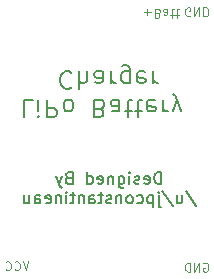
<source format=gbr>
G04 #@! TF.FileFunction,Legend,Bot*
%FSLAX46Y46*%
G04 Gerber Fmt 4.6, Leading zero omitted, Abs format (unit mm)*
G04 Created by KiCad (PCBNEW 4.0.7) date 07/05/18 14:51:19*
%MOMM*%
%LPD*%
G01*
G04 APERTURE LIST*
%ADD10C,0.100000*%
%ADD11C,0.150000*%
G04 APERTURE END LIST*
D10*
D11*
X102943829Y-140069029D02*
X102229543Y-140069029D01*
X102229543Y-141569029D01*
X103443829Y-140069029D02*
X103443829Y-141069029D01*
X103443829Y-141569029D02*
X103372400Y-141497600D01*
X103443829Y-141426171D01*
X103515257Y-141497600D01*
X103443829Y-141569029D01*
X103443829Y-141426171D01*
X104158115Y-140069029D02*
X104158115Y-141569029D01*
X104729543Y-141569029D01*
X104872401Y-141497600D01*
X104943829Y-141426171D01*
X105015258Y-141283314D01*
X105015258Y-141069029D01*
X104943829Y-140926171D01*
X104872401Y-140854743D01*
X104729543Y-140783314D01*
X104158115Y-140783314D01*
X105872401Y-140069029D02*
X105729543Y-140140457D01*
X105658115Y-140211886D01*
X105586686Y-140354743D01*
X105586686Y-140783314D01*
X105658115Y-140926171D01*
X105729543Y-140997600D01*
X105872401Y-141069029D01*
X106086686Y-141069029D01*
X106229543Y-140997600D01*
X106300972Y-140926171D01*
X106372401Y-140783314D01*
X106372401Y-140354743D01*
X106300972Y-140211886D01*
X106229543Y-140140457D01*
X106086686Y-140069029D01*
X105872401Y-140069029D01*
X108658115Y-140854743D02*
X108872401Y-140783314D01*
X108943829Y-140711886D01*
X109015258Y-140569029D01*
X109015258Y-140354743D01*
X108943829Y-140211886D01*
X108872401Y-140140457D01*
X108729543Y-140069029D01*
X108158115Y-140069029D01*
X108158115Y-141569029D01*
X108658115Y-141569029D01*
X108800972Y-141497600D01*
X108872401Y-141426171D01*
X108943829Y-141283314D01*
X108943829Y-141140457D01*
X108872401Y-140997600D01*
X108800972Y-140926171D01*
X108658115Y-140854743D01*
X108158115Y-140854743D01*
X110300972Y-140069029D02*
X110300972Y-140854743D01*
X110229543Y-140997600D01*
X110086686Y-141069029D01*
X109800972Y-141069029D01*
X109658115Y-140997600D01*
X110300972Y-140140457D02*
X110158115Y-140069029D01*
X109800972Y-140069029D01*
X109658115Y-140140457D01*
X109586686Y-140283314D01*
X109586686Y-140426171D01*
X109658115Y-140569029D01*
X109800972Y-140640457D01*
X110158115Y-140640457D01*
X110300972Y-140711886D01*
X110800972Y-141069029D02*
X111372401Y-141069029D01*
X111015258Y-141569029D02*
X111015258Y-140283314D01*
X111086686Y-140140457D01*
X111229544Y-140069029D01*
X111372401Y-140069029D01*
X111658115Y-141069029D02*
X112229544Y-141069029D01*
X111872401Y-141569029D02*
X111872401Y-140283314D01*
X111943829Y-140140457D01*
X112086687Y-140069029D01*
X112229544Y-140069029D01*
X113300972Y-140140457D02*
X113158115Y-140069029D01*
X112872401Y-140069029D01*
X112729544Y-140140457D01*
X112658115Y-140283314D01*
X112658115Y-140854743D01*
X112729544Y-140997600D01*
X112872401Y-141069029D01*
X113158115Y-141069029D01*
X113300972Y-140997600D01*
X113372401Y-140854743D01*
X113372401Y-140711886D01*
X112658115Y-140569029D01*
X114015258Y-140069029D02*
X114015258Y-141069029D01*
X114015258Y-140783314D02*
X114086686Y-140926171D01*
X114158115Y-140997600D01*
X114300972Y-141069029D01*
X114443829Y-141069029D01*
X114800972Y-141069029D02*
X115158115Y-140069029D01*
X115515257Y-141069029D02*
X115158115Y-140069029D01*
X115015257Y-139711886D01*
X114943829Y-139640457D01*
X114800972Y-139569029D01*
X106229544Y-137811886D02*
X106158115Y-137740457D01*
X105943829Y-137669029D01*
X105800972Y-137669029D01*
X105586687Y-137740457D01*
X105443829Y-137883314D01*
X105372401Y-138026171D01*
X105300972Y-138311886D01*
X105300972Y-138526171D01*
X105372401Y-138811886D01*
X105443829Y-138954743D01*
X105586687Y-139097600D01*
X105800972Y-139169029D01*
X105943829Y-139169029D01*
X106158115Y-139097600D01*
X106229544Y-139026171D01*
X106872401Y-137669029D02*
X106872401Y-139169029D01*
X107515258Y-137669029D02*
X107515258Y-138454743D01*
X107443829Y-138597600D01*
X107300972Y-138669029D01*
X107086687Y-138669029D01*
X106943829Y-138597600D01*
X106872401Y-138526171D01*
X108872401Y-137669029D02*
X108872401Y-138454743D01*
X108800972Y-138597600D01*
X108658115Y-138669029D01*
X108372401Y-138669029D01*
X108229544Y-138597600D01*
X108872401Y-137740457D02*
X108729544Y-137669029D01*
X108372401Y-137669029D01*
X108229544Y-137740457D01*
X108158115Y-137883314D01*
X108158115Y-138026171D01*
X108229544Y-138169029D01*
X108372401Y-138240457D01*
X108729544Y-138240457D01*
X108872401Y-138311886D01*
X109586687Y-137669029D02*
X109586687Y-138669029D01*
X109586687Y-138383314D02*
X109658115Y-138526171D01*
X109729544Y-138597600D01*
X109872401Y-138669029D01*
X110015258Y-138669029D01*
X111158115Y-138669029D02*
X111158115Y-137454743D01*
X111086686Y-137311886D01*
X111015258Y-137240457D01*
X110872401Y-137169029D01*
X110658115Y-137169029D01*
X110515258Y-137240457D01*
X111158115Y-137740457D02*
X111015258Y-137669029D01*
X110729544Y-137669029D01*
X110586686Y-137740457D01*
X110515258Y-137811886D01*
X110443829Y-137954743D01*
X110443829Y-138383314D01*
X110515258Y-138526171D01*
X110586686Y-138597600D01*
X110729544Y-138669029D01*
X111015258Y-138669029D01*
X111158115Y-138597600D01*
X112443829Y-137740457D02*
X112300972Y-137669029D01*
X112015258Y-137669029D01*
X111872401Y-137740457D01*
X111800972Y-137883314D01*
X111800972Y-138454743D01*
X111872401Y-138597600D01*
X112015258Y-138669029D01*
X112300972Y-138669029D01*
X112443829Y-138597600D01*
X112515258Y-138454743D01*
X112515258Y-138311886D01*
X111800972Y-138169029D01*
X113158115Y-137669029D02*
X113158115Y-138669029D01*
X113158115Y-138383314D02*
X113229543Y-138526171D01*
X113300972Y-138597600D01*
X113443829Y-138669029D01*
X113586686Y-138669029D01*
X113804153Y-147201381D02*
X113804153Y-146201381D01*
X113566058Y-146201381D01*
X113423200Y-146249000D01*
X113327962Y-146344238D01*
X113280343Y-146439476D01*
X113232724Y-146629952D01*
X113232724Y-146772810D01*
X113280343Y-146963286D01*
X113327962Y-147058524D01*
X113423200Y-147153762D01*
X113566058Y-147201381D01*
X113804153Y-147201381D01*
X112423200Y-147153762D02*
X112518438Y-147201381D01*
X112708915Y-147201381D01*
X112804153Y-147153762D01*
X112851772Y-147058524D01*
X112851772Y-146677571D01*
X112804153Y-146582333D01*
X112708915Y-146534714D01*
X112518438Y-146534714D01*
X112423200Y-146582333D01*
X112375581Y-146677571D01*
X112375581Y-146772810D01*
X112851772Y-146868048D01*
X111994629Y-147153762D02*
X111899391Y-147201381D01*
X111708915Y-147201381D01*
X111613676Y-147153762D01*
X111566057Y-147058524D01*
X111566057Y-147010905D01*
X111613676Y-146915667D01*
X111708915Y-146868048D01*
X111851772Y-146868048D01*
X111947010Y-146820429D01*
X111994629Y-146725190D01*
X111994629Y-146677571D01*
X111947010Y-146582333D01*
X111851772Y-146534714D01*
X111708915Y-146534714D01*
X111613676Y-146582333D01*
X111137486Y-147201381D02*
X111137486Y-146534714D01*
X111137486Y-146201381D02*
X111185105Y-146249000D01*
X111137486Y-146296619D01*
X111089867Y-146249000D01*
X111137486Y-146201381D01*
X111137486Y-146296619D01*
X110232724Y-146534714D02*
X110232724Y-147344238D01*
X110280343Y-147439476D01*
X110327962Y-147487095D01*
X110423201Y-147534714D01*
X110566058Y-147534714D01*
X110661296Y-147487095D01*
X110232724Y-147153762D02*
X110327962Y-147201381D01*
X110518439Y-147201381D01*
X110613677Y-147153762D01*
X110661296Y-147106143D01*
X110708915Y-147010905D01*
X110708915Y-146725190D01*
X110661296Y-146629952D01*
X110613677Y-146582333D01*
X110518439Y-146534714D01*
X110327962Y-146534714D01*
X110232724Y-146582333D01*
X109756534Y-146534714D02*
X109756534Y-147201381D01*
X109756534Y-146629952D02*
X109708915Y-146582333D01*
X109613677Y-146534714D01*
X109470819Y-146534714D01*
X109375581Y-146582333D01*
X109327962Y-146677571D01*
X109327962Y-147201381D01*
X108470819Y-147153762D02*
X108566057Y-147201381D01*
X108756534Y-147201381D01*
X108851772Y-147153762D01*
X108899391Y-147058524D01*
X108899391Y-146677571D01*
X108851772Y-146582333D01*
X108756534Y-146534714D01*
X108566057Y-146534714D01*
X108470819Y-146582333D01*
X108423200Y-146677571D01*
X108423200Y-146772810D01*
X108899391Y-146868048D01*
X107566057Y-147201381D02*
X107566057Y-146201381D01*
X107566057Y-147153762D02*
X107661295Y-147201381D01*
X107851772Y-147201381D01*
X107947010Y-147153762D01*
X107994629Y-147106143D01*
X108042248Y-147010905D01*
X108042248Y-146725190D01*
X107994629Y-146629952D01*
X107947010Y-146582333D01*
X107851772Y-146534714D01*
X107661295Y-146534714D01*
X107566057Y-146582333D01*
X105994628Y-146677571D02*
X105851771Y-146725190D01*
X105804152Y-146772810D01*
X105756533Y-146868048D01*
X105756533Y-147010905D01*
X105804152Y-147106143D01*
X105851771Y-147153762D01*
X105947009Y-147201381D01*
X106327962Y-147201381D01*
X106327962Y-146201381D01*
X105994628Y-146201381D01*
X105899390Y-146249000D01*
X105851771Y-146296619D01*
X105804152Y-146391857D01*
X105804152Y-146487095D01*
X105851771Y-146582333D01*
X105899390Y-146629952D01*
X105994628Y-146677571D01*
X106327962Y-146677571D01*
X105423200Y-146534714D02*
X105185105Y-147201381D01*
X104947009Y-146534714D02*
X105185105Y-147201381D01*
X105280343Y-147439476D01*
X105327962Y-147487095D01*
X105423200Y-147534714D01*
X115899391Y-147803762D02*
X116756534Y-149089476D01*
X115137486Y-148184714D02*
X115137486Y-148851381D01*
X115566058Y-148184714D02*
X115566058Y-148708524D01*
X115518439Y-148803762D01*
X115423201Y-148851381D01*
X115280343Y-148851381D01*
X115185105Y-148803762D01*
X115137486Y-148756143D01*
X113947010Y-147803762D02*
X114804153Y-149089476D01*
X113613677Y-148184714D02*
X113613677Y-149041857D01*
X113661296Y-149137095D01*
X113756534Y-149184714D01*
X113804153Y-149184714D01*
X113613677Y-147851381D02*
X113661296Y-147899000D01*
X113613677Y-147946619D01*
X113566058Y-147899000D01*
X113613677Y-147851381D01*
X113613677Y-147946619D01*
X113137487Y-148184714D02*
X113137487Y-149184714D01*
X113137487Y-148232333D02*
X113042249Y-148184714D01*
X112851772Y-148184714D01*
X112756534Y-148232333D01*
X112708915Y-148279952D01*
X112661296Y-148375190D01*
X112661296Y-148660905D01*
X112708915Y-148756143D01*
X112756534Y-148803762D01*
X112851772Y-148851381D01*
X113042249Y-148851381D01*
X113137487Y-148803762D01*
X111804153Y-148803762D02*
X111899391Y-148851381D01*
X112089868Y-148851381D01*
X112185106Y-148803762D01*
X112232725Y-148756143D01*
X112280344Y-148660905D01*
X112280344Y-148375190D01*
X112232725Y-148279952D01*
X112185106Y-148232333D01*
X112089868Y-148184714D01*
X111899391Y-148184714D01*
X111804153Y-148232333D01*
X111232725Y-148851381D02*
X111327963Y-148803762D01*
X111375582Y-148756143D01*
X111423201Y-148660905D01*
X111423201Y-148375190D01*
X111375582Y-148279952D01*
X111327963Y-148232333D01*
X111232725Y-148184714D01*
X111089867Y-148184714D01*
X110994629Y-148232333D01*
X110947010Y-148279952D01*
X110899391Y-148375190D01*
X110899391Y-148660905D01*
X110947010Y-148756143D01*
X110994629Y-148803762D01*
X111089867Y-148851381D01*
X111232725Y-148851381D01*
X110470820Y-148184714D02*
X110470820Y-148851381D01*
X110470820Y-148279952D02*
X110423201Y-148232333D01*
X110327963Y-148184714D01*
X110185105Y-148184714D01*
X110089867Y-148232333D01*
X110042248Y-148327571D01*
X110042248Y-148851381D01*
X109613677Y-148803762D02*
X109518439Y-148851381D01*
X109327963Y-148851381D01*
X109232724Y-148803762D01*
X109185105Y-148708524D01*
X109185105Y-148660905D01*
X109232724Y-148565667D01*
X109327963Y-148518048D01*
X109470820Y-148518048D01*
X109566058Y-148470429D01*
X109613677Y-148375190D01*
X109613677Y-148327571D01*
X109566058Y-148232333D01*
X109470820Y-148184714D01*
X109327963Y-148184714D01*
X109232724Y-148232333D01*
X108899391Y-148184714D02*
X108518439Y-148184714D01*
X108756534Y-147851381D02*
X108756534Y-148708524D01*
X108708915Y-148803762D01*
X108613677Y-148851381D01*
X108518439Y-148851381D01*
X107756533Y-148851381D02*
X107756533Y-148327571D01*
X107804152Y-148232333D01*
X107899390Y-148184714D01*
X108089867Y-148184714D01*
X108185105Y-148232333D01*
X107756533Y-148803762D02*
X107851771Y-148851381D01*
X108089867Y-148851381D01*
X108185105Y-148803762D01*
X108232724Y-148708524D01*
X108232724Y-148613286D01*
X108185105Y-148518048D01*
X108089867Y-148470429D01*
X107851771Y-148470429D01*
X107756533Y-148422810D01*
X107280343Y-148184714D02*
X107280343Y-148851381D01*
X107280343Y-148279952D02*
X107232724Y-148232333D01*
X107137486Y-148184714D01*
X106994628Y-148184714D01*
X106899390Y-148232333D01*
X106851771Y-148327571D01*
X106851771Y-148851381D01*
X106518438Y-148184714D02*
X106137486Y-148184714D01*
X106375581Y-147851381D02*
X106375581Y-148708524D01*
X106327962Y-148803762D01*
X106232724Y-148851381D01*
X106137486Y-148851381D01*
X105804152Y-148851381D02*
X105804152Y-148184714D01*
X105804152Y-147851381D02*
X105851771Y-147899000D01*
X105804152Y-147946619D01*
X105756533Y-147899000D01*
X105804152Y-147851381D01*
X105804152Y-147946619D01*
X105327962Y-148184714D02*
X105327962Y-148851381D01*
X105327962Y-148279952D02*
X105280343Y-148232333D01*
X105185105Y-148184714D01*
X105042247Y-148184714D01*
X104947009Y-148232333D01*
X104899390Y-148327571D01*
X104899390Y-148851381D01*
X104042247Y-148803762D02*
X104137485Y-148851381D01*
X104327962Y-148851381D01*
X104423200Y-148803762D01*
X104470819Y-148708524D01*
X104470819Y-148327571D01*
X104423200Y-148232333D01*
X104327962Y-148184714D01*
X104137485Y-148184714D01*
X104042247Y-148232333D01*
X103994628Y-148327571D01*
X103994628Y-148422810D01*
X104470819Y-148518048D01*
X103137485Y-148851381D02*
X103137485Y-148327571D01*
X103185104Y-148232333D01*
X103280342Y-148184714D01*
X103470819Y-148184714D01*
X103566057Y-148232333D01*
X103137485Y-148803762D02*
X103232723Y-148851381D01*
X103470819Y-148851381D01*
X103566057Y-148803762D01*
X103613676Y-148708524D01*
X103613676Y-148613286D01*
X103566057Y-148518048D01*
X103470819Y-148470429D01*
X103232723Y-148470429D01*
X103137485Y-148422810D01*
X102232723Y-148184714D02*
X102232723Y-148851381D01*
X102661295Y-148184714D02*
X102661295Y-148708524D01*
X102613676Y-148803762D01*
X102518438Y-148851381D01*
X102375580Y-148851381D01*
X102280342Y-148803762D01*
X102232723Y-148756143D01*
D10*
X117411428Y-153930000D02*
X117482857Y-153894286D01*
X117590000Y-153894286D01*
X117697143Y-153930000D01*
X117768571Y-154001429D01*
X117804286Y-154072857D01*
X117840000Y-154215714D01*
X117840000Y-154322857D01*
X117804286Y-154465714D01*
X117768571Y-154537143D01*
X117697143Y-154608571D01*
X117590000Y-154644286D01*
X117518571Y-154644286D01*
X117411428Y-154608571D01*
X117375714Y-154572857D01*
X117375714Y-154322857D01*
X117518571Y-154322857D01*
X117054286Y-154644286D02*
X117054286Y-153894286D01*
X116625714Y-154644286D01*
X116625714Y-153894286D01*
X116268572Y-154644286D02*
X116268572Y-153894286D01*
X116090000Y-153894286D01*
X115982857Y-153930000D01*
X115911429Y-154001429D01*
X115875714Y-154072857D01*
X115840000Y-154215714D01*
X115840000Y-154322857D01*
X115875714Y-154465714D01*
X115911429Y-154537143D01*
X115982857Y-154608571D01*
X116090000Y-154644286D01*
X116268572Y-154644286D01*
X102599999Y-153767286D02*
X102349999Y-154517286D01*
X102099999Y-153767286D01*
X101421428Y-154445857D02*
X101457142Y-154481571D01*
X101564285Y-154517286D01*
X101635714Y-154517286D01*
X101742857Y-154481571D01*
X101814285Y-154410143D01*
X101850000Y-154338714D01*
X101885714Y-154195857D01*
X101885714Y-154088714D01*
X101850000Y-153945857D01*
X101814285Y-153874429D01*
X101742857Y-153803000D01*
X101635714Y-153767286D01*
X101564285Y-153767286D01*
X101457142Y-153803000D01*
X101421428Y-153838714D01*
X100671428Y-154445857D02*
X100707142Y-154481571D01*
X100814285Y-154517286D01*
X100885714Y-154517286D01*
X100992857Y-154481571D01*
X101064285Y-154410143D01*
X101100000Y-154338714D01*
X101135714Y-154195857D01*
X101135714Y-154088714D01*
X101100000Y-153945857D01*
X101064285Y-153874429D01*
X100992857Y-153803000D01*
X100885714Y-153767286D01*
X100814285Y-153767286D01*
X100707142Y-153803000D01*
X100671428Y-153838714D01*
X112363429Y-132661429D02*
X112934858Y-132661429D01*
X112649144Y-132375714D02*
X112649144Y-132947143D01*
X113542000Y-132768571D02*
X113649143Y-132732857D01*
X113684858Y-132697143D01*
X113720572Y-132625714D01*
X113720572Y-132518571D01*
X113684858Y-132447143D01*
X113649143Y-132411429D01*
X113577715Y-132375714D01*
X113292000Y-132375714D01*
X113292000Y-133125714D01*
X113542000Y-133125714D01*
X113613429Y-133090000D01*
X113649143Y-133054286D01*
X113684858Y-132982857D01*
X113684858Y-132911429D01*
X113649143Y-132840000D01*
X113613429Y-132804286D01*
X113542000Y-132768571D01*
X113292000Y-132768571D01*
X114363429Y-132375714D02*
X114363429Y-132768571D01*
X114327715Y-132840000D01*
X114256286Y-132875714D01*
X114113429Y-132875714D01*
X114042000Y-132840000D01*
X114363429Y-132411429D02*
X114292000Y-132375714D01*
X114113429Y-132375714D01*
X114042000Y-132411429D01*
X114006286Y-132482857D01*
X114006286Y-132554286D01*
X114042000Y-132625714D01*
X114113429Y-132661429D01*
X114292000Y-132661429D01*
X114363429Y-132697143D01*
X114613429Y-132875714D02*
X114899143Y-132875714D01*
X114720571Y-133125714D02*
X114720571Y-132482857D01*
X114756286Y-132411429D01*
X114827714Y-132375714D01*
X114899143Y-132375714D01*
X115042000Y-132875714D02*
X115327714Y-132875714D01*
X115149142Y-133125714D02*
X115149142Y-132482857D01*
X115184857Y-132411429D01*
X115256285Y-132375714D01*
X115327714Y-132375714D01*
X116268572Y-132963000D02*
X116197143Y-132998714D01*
X116090000Y-132998714D01*
X115982857Y-132963000D01*
X115911429Y-132891571D01*
X115875714Y-132820143D01*
X115840000Y-132677286D01*
X115840000Y-132570143D01*
X115875714Y-132427286D01*
X115911429Y-132355857D01*
X115982857Y-132284429D01*
X116090000Y-132248714D01*
X116161429Y-132248714D01*
X116268572Y-132284429D01*
X116304286Y-132320143D01*
X116304286Y-132570143D01*
X116161429Y-132570143D01*
X116625714Y-132248714D02*
X116625714Y-132998714D01*
X117054286Y-132248714D01*
X117054286Y-132998714D01*
X117411428Y-132248714D02*
X117411428Y-132998714D01*
X117590000Y-132998714D01*
X117697143Y-132963000D01*
X117768571Y-132891571D01*
X117804286Y-132820143D01*
X117840000Y-132677286D01*
X117840000Y-132570143D01*
X117804286Y-132427286D01*
X117768571Y-132355857D01*
X117697143Y-132284429D01*
X117590000Y-132248714D01*
X117411428Y-132248714D01*
M02*

</source>
